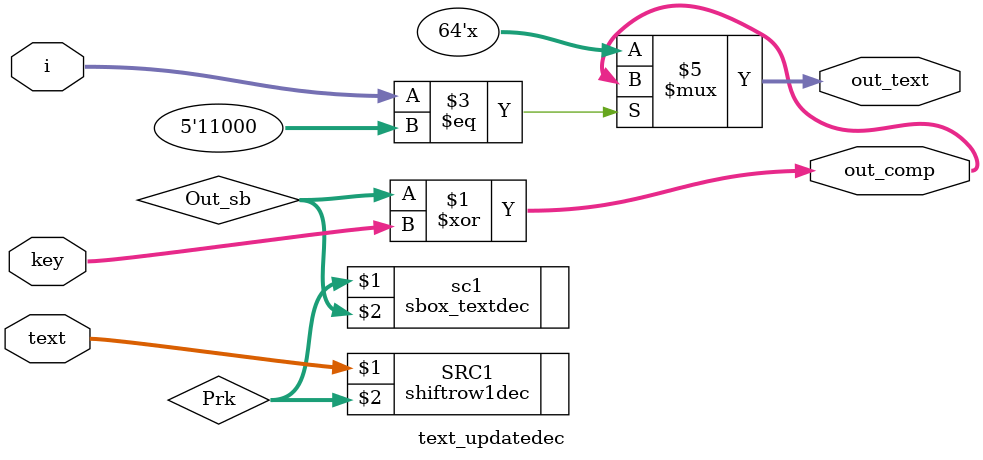
<source format=v>
 module text_updatedec (input [63:0]text,input[63:0]key,input[4:0]i,
           output[63:0]out_comp,output reg[63:0]out_text
		);

wire [63:0] Prk;
wire [63:0] Out_sb;


shiftrow1dec SRC1 (text, Prk);


sbox_textdec sc1 (Prk ,Out_sb);

assign out_comp = Out_sb ^ key;

always @(*) begin
if (i==5'b11000) begin
out_text[63:0] = out_comp[63:0];

end
end
endmodule

</source>
